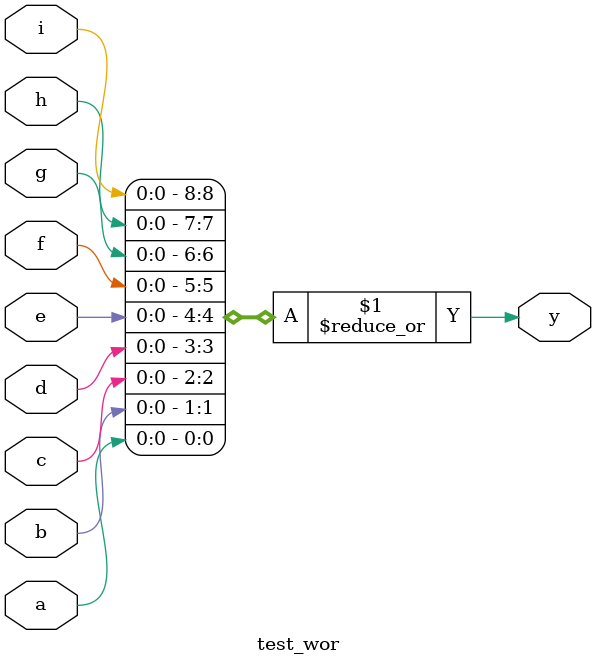
<source format=v>
`ifndef __TEST_WOR_V__
`define __TEST_WOR_V__

module test_wor(
	output wor y,
	input a, b, c, d, e, f, g, h, i
	);

	assign y = a;
	assign y = b;
	assign y = c;
	assign y = d;
	assign y = e;
	assign y = f;
	assign y = g;
	assign y = h;
	assign y = i;

endmodule

`endif /* __TEST_WOR_V__ */
</source>
